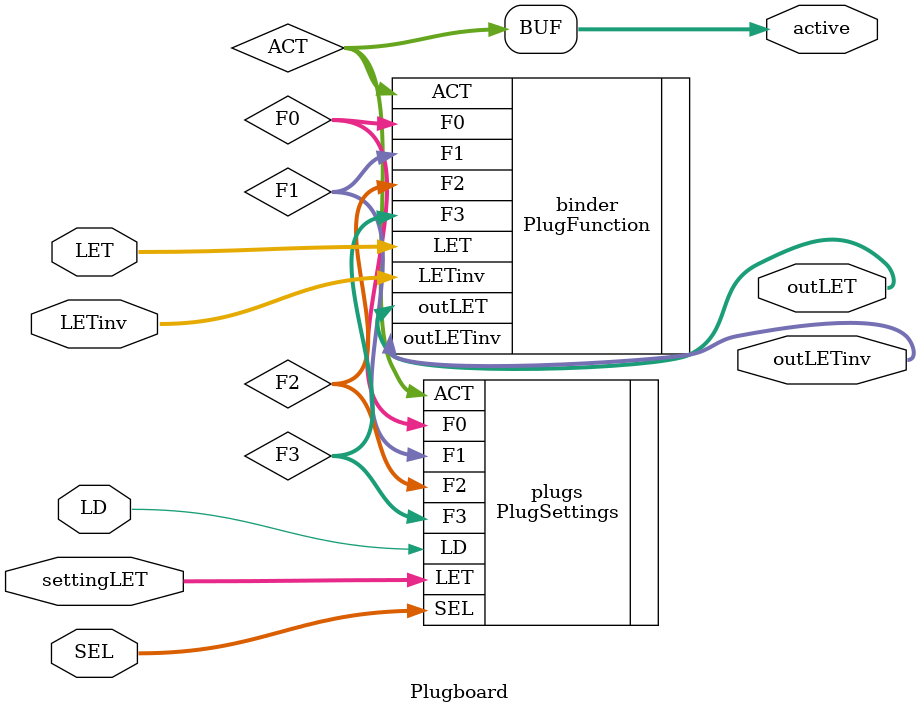
<source format=sv>
`timescale 1ns / 1ps


module Plugboard(
    input [4:0] settingLET, LET, LETinv,
    input [1:0] SEL,
    input LD,
    output logic [4:0] outLET, outLETinv,
    output logic [3:0] active
    );
    
    logic [3:0] ACT;
    logic [9:0] F0, F1, F2, F3;
    
    //PlugSettings stores the current plugboard pairs and
    //shows whether a pair is active (can be used)
    PlugSettings plugs (.SEL(SEL), .LD(LD), .LET(settingLET), .ACT(ACT), .F0(F0), .F1(F1), .F2(F2), .F3(F3));
    
    //PlugFunction facilitates the swapping of letters based
    //on what values are stored by PlugSettings
    PlugFunction binder (.LET(LET), .LETinv(LETinv), .F0(F0), .F1(F1), .F2(F2), .F3(F3), .ACT(ACT), .outLET(outLET), .outLETinv(outLETinv));
    
    assign active = ACT;
    
endmodule

</source>
